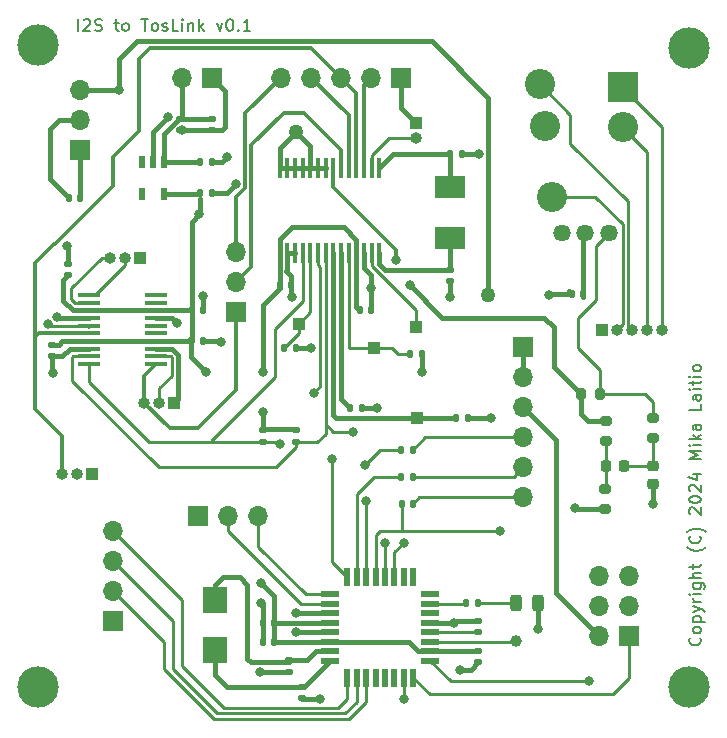
<source format=gbr>
%TF.GenerationSoftware,KiCad,Pcbnew,7.0.11-1-dev-0f715223e9*%
%TF.CreationDate,2024-01-18T20:29:42-08:00*%
%TF.ProjectId,i2s_to_toslink_pcb,6932735f-746f-45f7-946f-736c696e6b5f,rev?*%
%TF.SameCoordinates,Original*%
%TF.FileFunction,Copper,L1,Top*%
%TF.FilePolarity,Positive*%
%FSLAX46Y46*%
G04 Gerber Fmt 4.6, Leading zero omitted, Abs format (unit mm)*
G04 Created by KiCad (PCBNEW 7.0.11-1-dev-0f715223e9) date 2024-01-18 20:29:42*
%MOMM*%
%LPD*%
G01*
G04 APERTURE LIST*
G04 Aperture macros list*
%AMRoundRect*
0 Rectangle with rounded corners*
0 $1 Rounding radius*
0 $2 $3 $4 $5 $6 $7 $8 $9 X,Y pos of 4 corners*
0 Add a 4 corners polygon primitive as box body*
4,1,4,$2,$3,$4,$5,$6,$7,$8,$9,$2,$3,0*
0 Add four circle primitives for the rounded corners*
1,1,$1+$1,$2,$3*
1,1,$1+$1,$4,$5*
1,1,$1+$1,$6,$7*
1,1,$1+$1,$8,$9*
0 Add four rect primitives between the rounded corners*
20,1,$1+$1,$2,$3,$4,$5,0*
20,1,$1+$1,$4,$5,$6,$7,0*
20,1,$1+$1,$6,$7,$8,$9,0*
20,1,$1+$1,$8,$9,$2,$3,0*%
G04 Aperture macros list end*
%ADD10C,0.203200*%
%TA.AperFunction,NonConductor*%
%ADD11C,0.203200*%
%TD*%
%TA.AperFunction,SMDPad,CuDef*%
%ADD12R,2.006600X2.235200*%
%TD*%
%TA.AperFunction,ComponentPad*%
%ADD13C,2.600000*%
%TD*%
%TA.AperFunction,ConnectorPad*%
%ADD14C,3.500000*%
%TD*%
%TA.AperFunction,SMDPad,CuDef*%
%ADD15RoundRect,0.140000X-0.140000X-0.170000X0.140000X-0.170000X0.140000X0.170000X-0.140000X0.170000X0*%
%TD*%
%TA.AperFunction,SMDPad,CuDef*%
%ADD16RoundRect,0.200000X-0.275000X0.200000X-0.275000X-0.200000X0.275000X-0.200000X0.275000X0.200000X0*%
%TD*%
%TA.AperFunction,SMDPad,CuDef*%
%ADD17RoundRect,0.140000X-0.170000X0.140000X-0.170000X-0.140000X0.170000X-0.140000X0.170000X0.140000X0*%
%TD*%
%TA.AperFunction,SMDPad,CuDef*%
%ADD18RoundRect,0.140000X0.140000X0.170000X-0.140000X0.170000X-0.140000X-0.170000X0.140000X-0.170000X0*%
%TD*%
%TA.AperFunction,ComponentPad*%
%ADD19R,1.700000X1.700000*%
%TD*%
%TA.AperFunction,ComponentPad*%
%ADD20O,1.700000X1.700000*%
%TD*%
%TA.AperFunction,SMDPad,CuDef*%
%ADD21RoundRect,0.135000X-0.135000X-0.185000X0.135000X-0.185000X0.135000X0.185000X-0.135000X0.185000X0*%
%TD*%
%TA.AperFunction,ComponentPad*%
%ADD22R,1.000000X1.000000*%
%TD*%
%TA.AperFunction,SMDPad,CuDef*%
%ADD23C,1.000000*%
%TD*%
%TA.AperFunction,SMDPad,CuDef*%
%ADD24R,1.600000X0.550000*%
%TD*%
%TA.AperFunction,SMDPad,CuDef*%
%ADD25R,0.550000X1.600000*%
%TD*%
%TA.AperFunction,SMDPad,CuDef*%
%ADD26RoundRect,0.140000X0.170000X-0.140000X0.170000X0.140000X-0.170000X0.140000X-0.170000X-0.140000X0*%
%TD*%
%TA.AperFunction,SMDPad,CuDef*%
%ADD27RoundRect,0.200000X0.275000X-0.200000X0.275000X0.200000X-0.275000X0.200000X-0.275000X-0.200000X0*%
%TD*%
%TA.AperFunction,ComponentPad*%
%ADD28O,1.000000X1.000000*%
%TD*%
%TA.AperFunction,SMDPad,CuDef*%
%ADD29RoundRect,0.225000X0.225000X0.250000X-0.225000X0.250000X-0.225000X-0.250000X0.225000X-0.250000X0*%
%TD*%
%TA.AperFunction,SMDPad,CuDef*%
%ADD30RoundRect,0.135000X0.185000X-0.135000X0.185000X0.135000X-0.185000X0.135000X-0.185000X-0.135000X0*%
%TD*%
%TA.AperFunction,SMDPad,CuDef*%
%ADD31RoundRect,0.200000X-0.200000X-0.275000X0.200000X-0.275000X0.200000X0.275000X-0.200000X0.275000X0*%
%TD*%
%TA.AperFunction,ComponentPad*%
%ADD32R,2.550000X2.550000*%
%TD*%
%TA.AperFunction,ComponentPad*%
%ADD33C,2.550000*%
%TD*%
%TA.AperFunction,ComponentPad*%
%ADD34C,1.462000*%
%TD*%
%TA.AperFunction,SMDPad,CuDef*%
%ADD35RoundRect,0.135000X-0.185000X0.135000X-0.185000X-0.135000X0.185000X-0.135000X0.185000X0.135000X0*%
%TD*%
%TA.AperFunction,SMDPad,CuDef*%
%ADD36R,0.508000X0.977900*%
%TD*%
%TA.AperFunction,SMDPad,CuDef*%
%ADD37RoundRect,0.243750X0.243750X0.456250X-0.243750X0.456250X-0.243750X-0.456250X0.243750X-0.456250X0*%
%TD*%
%TA.AperFunction,SMDPad,CuDef*%
%ADD38RoundRect,0.225000X-0.250000X0.225000X-0.250000X-0.225000X0.250000X-0.225000X0.250000X0.225000X0*%
%TD*%
%TA.AperFunction,SMDPad,CuDef*%
%ADD39R,1.955432X0.420766*%
%TD*%
%TA.AperFunction,SMDPad,CuDef*%
%ADD40R,2.600000X1.900000*%
%TD*%
%TA.AperFunction,SMDPad,CuDef*%
%ADD41R,0.431800X1.651000*%
%TD*%
%TA.AperFunction,SMDPad,CuDef*%
%ADD42RoundRect,0.135000X0.135000X0.185000X-0.135000X0.185000X-0.135000X-0.185000X0.135000X-0.185000X0*%
%TD*%
%TA.AperFunction,ViaPad*%
%ADD43C,0.800000*%
%TD*%
%TA.AperFunction,ViaPad*%
%ADD44C,1.270000*%
%TD*%
%TA.AperFunction,Conductor*%
%ADD45C,0.381000*%
%TD*%
%TA.AperFunction,Conductor*%
%ADD46C,0.250000*%
%TD*%
%TA.AperFunction,Conductor*%
%ADD47C,0.304800*%
%TD*%
G04 APERTURE END LIST*
D10*
D11*
X27553588Y-22471093D02*
X27553588Y-21455093D01*
X27989017Y-21551855D02*
X28037398Y-21503474D01*
X28037398Y-21503474D02*
X28134160Y-21455093D01*
X28134160Y-21455093D02*
X28376065Y-21455093D01*
X28376065Y-21455093D02*
X28472827Y-21503474D01*
X28472827Y-21503474D02*
X28521208Y-21551855D01*
X28521208Y-21551855D02*
X28569589Y-21648617D01*
X28569589Y-21648617D02*
X28569589Y-21745379D01*
X28569589Y-21745379D02*
X28521208Y-21890522D01*
X28521208Y-21890522D02*
X27940636Y-22471093D01*
X27940636Y-22471093D02*
X28569589Y-22471093D01*
X28956636Y-22422713D02*
X29101779Y-22471093D01*
X29101779Y-22471093D02*
X29343684Y-22471093D01*
X29343684Y-22471093D02*
X29440446Y-22422713D01*
X29440446Y-22422713D02*
X29488827Y-22374332D01*
X29488827Y-22374332D02*
X29537208Y-22277570D01*
X29537208Y-22277570D02*
X29537208Y-22180808D01*
X29537208Y-22180808D02*
X29488827Y-22084046D01*
X29488827Y-22084046D02*
X29440446Y-22035665D01*
X29440446Y-22035665D02*
X29343684Y-21987284D01*
X29343684Y-21987284D02*
X29150160Y-21938903D01*
X29150160Y-21938903D02*
X29053398Y-21890522D01*
X29053398Y-21890522D02*
X29005017Y-21842141D01*
X29005017Y-21842141D02*
X28956636Y-21745379D01*
X28956636Y-21745379D02*
X28956636Y-21648617D01*
X28956636Y-21648617D02*
X29005017Y-21551855D01*
X29005017Y-21551855D02*
X29053398Y-21503474D01*
X29053398Y-21503474D02*
X29150160Y-21455093D01*
X29150160Y-21455093D02*
X29392065Y-21455093D01*
X29392065Y-21455093D02*
X29537208Y-21503474D01*
X30601588Y-21793760D02*
X30988636Y-21793760D01*
X30746731Y-21455093D02*
X30746731Y-22325951D01*
X30746731Y-22325951D02*
X30795112Y-22422713D01*
X30795112Y-22422713D02*
X30891874Y-22471093D01*
X30891874Y-22471093D02*
X30988636Y-22471093D01*
X31472445Y-22471093D02*
X31375683Y-22422713D01*
X31375683Y-22422713D02*
X31327302Y-22374332D01*
X31327302Y-22374332D02*
X31278921Y-22277570D01*
X31278921Y-22277570D02*
X31278921Y-21987284D01*
X31278921Y-21987284D02*
X31327302Y-21890522D01*
X31327302Y-21890522D02*
X31375683Y-21842141D01*
X31375683Y-21842141D02*
X31472445Y-21793760D01*
X31472445Y-21793760D02*
X31617588Y-21793760D01*
X31617588Y-21793760D02*
X31714350Y-21842141D01*
X31714350Y-21842141D02*
X31762731Y-21890522D01*
X31762731Y-21890522D02*
X31811112Y-21987284D01*
X31811112Y-21987284D02*
X31811112Y-22277570D01*
X31811112Y-22277570D02*
X31762731Y-22374332D01*
X31762731Y-22374332D02*
X31714350Y-22422713D01*
X31714350Y-22422713D02*
X31617588Y-22471093D01*
X31617588Y-22471093D02*
X31472445Y-22471093D01*
X32875492Y-21455093D02*
X33456064Y-21455093D01*
X33165778Y-22471093D02*
X33165778Y-21455093D01*
X33939873Y-22471093D02*
X33843111Y-22422713D01*
X33843111Y-22422713D02*
X33794730Y-22374332D01*
X33794730Y-22374332D02*
X33746349Y-22277570D01*
X33746349Y-22277570D02*
X33746349Y-21987284D01*
X33746349Y-21987284D02*
X33794730Y-21890522D01*
X33794730Y-21890522D02*
X33843111Y-21842141D01*
X33843111Y-21842141D02*
X33939873Y-21793760D01*
X33939873Y-21793760D02*
X34085016Y-21793760D01*
X34085016Y-21793760D02*
X34181778Y-21842141D01*
X34181778Y-21842141D02*
X34230159Y-21890522D01*
X34230159Y-21890522D02*
X34278540Y-21987284D01*
X34278540Y-21987284D02*
X34278540Y-22277570D01*
X34278540Y-22277570D02*
X34230159Y-22374332D01*
X34230159Y-22374332D02*
X34181778Y-22422713D01*
X34181778Y-22422713D02*
X34085016Y-22471093D01*
X34085016Y-22471093D02*
X33939873Y-22471093D01*
X34665587Y-22422713D02*
X34762349Y-22471093D01*
X34762349Y-22471093D02*
X34955873Y-22471093D01*
X34955873Y-22471093D02*
X35052635Y-22422713D01*
X35052635Y-22422713D02*
X35101016Y-22325951D01*
X35101016Y-22325951D02*
X35101016Y-22277570D01*
X35101016Y-22277570D02*
X35052635Y-22180808D01*
X35052635Y-22180808D02*
X34955873Y-22132427D01*
X34955873Y-22132427D02*
X34810730Y-22132427D01*
X34810730Y-22132427D02*
X34713968Y-22084046D01*
X34713968Y-22084046D02*
X34665587Y-21987284D01*
X34665587Y-21987284D02*
X34665587Y-21938903D01*
X34665587Y-21938903D02*
X34713968Y-21842141D01*
X34713968Y-21842141D02*
X34810730Y-21793760D01*
X34810730Y-21793760D02*
X34955873Y-21793760D01*
X34955873Y-21793760D02*
X35052635Y-21842141D01*
X36020254Y-22471093D02*
X35536444Y-22471093D01*
X35536444Y-22471093D02*
X35536444Y-21455093D01*
X36358920Y-22471093D02*
X36358920Y-21793760D01*
X36358920Y-21455093D02*
X36310539Y-21503474D01*
X36310539Y-21503474D02*
X36358920Y-21551855D01*
X36358920Y-21551855D02*
X36407301Y-21503474D01*
X36407301Y-21503474D02*
X36358920Y-21455093D01*
X36358920Y-21455093D02*
X36358920Y-21551855D01*
X36842730Y-21793760D02*
X36842730Y-22471093D01*
X36842730Y-21890522D02*
X36891111Y-21842141D01*
X36891111Y-21842141D02*
X36987873Y-21793760D01*
X36987873Y-21793760D02*
X37133016Y-21793760D01*
X37133016Y-21793760D02*
X37229778Y-21842141D01*
X37229778Y-21842141D02*
X37278159Y-21938903D01*
X37278159Y-21938903D02*
X37278159Y-22471093D01*
X37761968Y-22471093D02*
X37761968Y-21455093D01*
X37858730Y-22084046D02*
X38149016Y-22471093D01*
X38149016Y-21793760D02*
X37761968Y-22180808D01*
X39261777Y-21793760D02*
X39503682Y-22471093D01*
X39503682Y-22471093D02*
X39745587Y-21793760D01*
X40326158Y-21455093D02*
X40422920Y-21455093D01*
X40422920Y-21455093D02*
X40519682Y-21503474D01*
X40519682Y-21503474D02*
X40568063Y-21551855D01*
X40568063Y-21551855D02*
X40616444Y-21648617D01*
X40616444Y-21648617D02*
X40664825Y-21842141D01*
X40664825Y-21842141D02*
X40664825Y-22084046D01*
X40664825Y-22084046D02*
X40616444Y-22277570D01*
X40616444Y-22277570D02*
X40568063Y-22374332D01*
X40568063Y-22374332D02*
X40519682Y-22422713D01*
X40519682Y-22422713D02*
X40422920Y-22471093D01*
X40422920Y-22471093D02*
X40326158Y-22471093D01*
X40326158Y-22471093D02*
X40229396Y-22422713D01*
X40229396Y-22422713D02*
X40181015Y-22374332D01*
X40181015Y-22374332D02*
X40132634Y-22277570D01*
X40132634Y-22277570D02*
X40084253Y-22084046D01*
X40084253Y-22084046D02*
X40084253Y-21842141D01*
X40084253Y-21842141D02*
X40132634Y-21648617D01*
X40132634Y-21648617D02*
X40181015Y-21551855D01*
X40181015Y-21551855D02*
X40229396Y-21503474D01*
X40229396Y-21503474D02*
X40326158Y-21455093D01*
X41100253Y-22374332D02*
X41148634Y-22422713D01*
X41148634Y-22422713D02*
X41100253Y-22471093D01*
X41100253Y-22471093D02*
X41051872Y-22422713D01*
X41051872Y-22422713D02*
X41100253Y-22374332D01*
X41100253Y-22374332D02*
X41100253Y-22471093D01*
X42116254Y-22471093D02*
X41535682Y-22471093D01*
X41825968Y-22471093D02*
X41825968Y-21455093D01*
X41825968Y-21455093D02*
X41729206Y-21600236D01*
X41729206Y-21600236D02*
X41632444Y-21696998D01*
X41632444Y-21696998D02*
X41535682Y-21745379D01*
D10*
D11*
X80168332Y-73843839D02*
X80216713Y-73892220D01*
X80216713Y-73892220D02*
X80265093Y-74037363D01*
X80265093Y-74037363D02*
X80265093Y-74134125D01*
X80265093Y-74134125D02*
X80216713Y-74279268D01*
X80216713Y-74279268D02*
X80119951Y-74376030D01*
X80119951Y-74376030D02*
X80023189Y-74424411D01*
X80023189Y-74424411D02*
X79829665Y-74472792D01*
X79829665Y-74472792D02*
X79684522Y-74472792D01*
X79684522Y-74472792D02*
X79490998Y-74424411D01*
X79490998Y-74424411D02*
X79394236Y-74376030D01*
X79394236Y-74376030D02*
X79297474Y-74279268D01*
X79297474Y-74279268D02*
X79249093Y-74134125D01*
X79249093Y-74134125D02*
X79249093Y-74037363D01*
X79249093Y-74037363D02*
X79297474Y-73892220D01*
X79297474Y-73892220D02*
X79345855Y-73843839D01*
X80265093Y-73263268D02*
X80216713Y-73360030D01*
X80216713Y-73360030D02*
X80168332Y-73408411D01*
X80168332Y-73408411D02*
X80071570Y-73456792D01*
X80071570Y-73456792D02*
X79781284Y-73456792D01*
X79781284Y-73456792D02*
X79684522Y-73408411D01*
X79684522Y-73408411D02*
X79636141Y-73360030D01*
X79636141Y-73360030D02*
X79587760Y-73263268D01*
X79587760Y-73263268D02*
X79587760Y-73118125D01*
X79587760Y-73118125D02*
X79636141Y-73021363D01*
X79636141Y-73021363D02*
X79684522Y-72972982D01*
X79684522Y-72972982D02*
X79781284Y-72924601D01*
X79781284Y-72924601D02*
X80071570Y-72924601D01*
X80071570Y-72924601D02*
X80168332Y-72972982D01*
X80168332Y-72972982D02*
X80216713Y-73021363D01*
X80216713Y-73021363D02*
X80265093Y-73118125D01*
X80265093Y-73118125D02*
X80265093Y-73263268D01*
X79587760Y-72489173D02*
X80603760Y-72489173D01*
X79636141Y-72489173D02*
X79587760Y-72392411D01*
X79587760Y-72392411D02*
X79587760Y-72198887D01*
X79587760Y-72198887D02*
X79636141Y-72102125D01*
X79636141Y-72102125D02*
X79684522Y-72053744D01*
X79684522Y-72053744D02*
X79781284Y-72005363D01*
X79781284Y-72005363D02*
X80071570Y-72005363D01*
X80071570Y-72005363D02*
X80168332Y-72053744D01*
X80168332Y-72053744D02*
X80216713Y-72102125D01*
X80216713Y-72102125D02*
X80265093Y-72198887D01*
X80265093Y-72198887D02*
X80265093Y-72392411D01*
X80265093Y-72392411D02*
X80216713Y-72489173D01*
X79587760Y-71666697D02*
X80265093Y-71424792D01*
X79587760Y-71182887D02*
X80265093Y-71424792D01*
X80265093Y-71424792D02*
X80506998Y-71521554D01*
X80506998Y-71521554D02*
X80555379Y-71569935D01*
X80555379Y-71569935D02*
X80603760Y-71666697D01*
X80265093Y-70795840D02*
X79587760Y-70795840D01*
X79781284Y-70795840D02*
X79684522Y-70747459D01*
X79684522Y-70747459D02*
X79636141Y-70699078D01*
X79636141Y-70699078D02*
X79587760Y-70602316D01*
X79587760Y-70602316D02*
X79587760Y-70505554D01*
X80265093Y-70166888D02*
X79587760Y-70166888D01*
X79249093Y-70166888D02*
X79297474Y-70215269D01*
X79297474Y-70215269D02*
X79345855Y-70166888D01*
X79345855Y-70166888D02*
X79297474Y-70118507D01*
X79297474Y-70118507D02*
X79249093Y-70166888D01*
X79249093Y-70166888D02*
X79345855Y-70166888D01*
X79587760Y-69247649D02*
X80410236Y-69247649D01*
X80410236Y-69247649D02*
X80506998Y-69296030D01*
X80506998Y-69296030D02*
X80555379Y-69344411D01*
X80555379Y-69344411D02*
X80603760Y-69441173D01*
X80603760Y-69441173D02*
X80603760Y-69586316D01*
X80603760Y-69586316D02*
X80555379Y-69683078D01*
X80216713Y-69247649D02*
X80265093Y-69344411D01*
X80265093Y-69344411D02*
X80265093Y-69537935D01*
X80265093Y-69537935D02*
X80216713Y-69634697D01*
X80216713Y-69634697D02*
X80168332Y-69683078D01*
X80168332Y-69683078D02*
X80071570Y-69731459D01*
X80071570Y-69731459D02*
X79781284Y-69731459D01*
X79781284Y-69731459D02*
X79684522Y-69683078D01*
X79684522Y-69683078D02*
X79636141Y-69634697D01*
X79636141Y-69634697D02*
X79587760Y-69537935D01*
X79587760Y-69537935D02*
X79587760Y-69344411D01*
X79587760Y-69344411D02*
X79636141Y-69247649D01*
X80265093Y-68763840D02*
X79249093Y-68763840D01*
X80265093Y-68328411D02*
X79732903Y-68328411D01*
X79732903Y-68328411D02*
X79636141Y-68376792D01*
X79636141Y-68376792D02*
X79587760Y-68473554D01*
X79587760Y-68473554D02*
X79587760Y-68618697D01*
X79587760Y-68618697D02*
X79636141Y-68715459D01*
X79636141Y-68715459D02*
X79684522Y-68763840D01*
X79587760Y-67989745D02*
X79587760Y-67602697D01*
X79249093Y-67844602D02*
X80119951Y-67844602D01*
X80119951Y-67844602D02*
X80216713Y-67796221D01*
X80216713Y-67796221D02*
X80265093Y-67699459D01*
X80265093Y-67699459D02*
X80265093Y-67602697D01*
X80652141Y-66199650D02*
X80603760Y-66248031D01*
X80603760Y-66248031D02*
X80458617Y-66344793D01*
X80458617Y-66344793D02*
X80361855Y-66393174D01*
X80361855Y-66393174D02*
X80216713Y-66441555D01*
X80216713Y-66441555D02*
X79974808Y-66489936D01*
X79974808Y-66489936D02*
X79781284Y-66489936D01*
X79781284Y-66489936D02*
X79539379Y-66441555D01*
X79539379Y-66441555D02*
X79394236Y-66393174D01*
X79394236Y-66393174D02*
X79297474Y-66344793D01*
X79297474Y-66344793D02*
X79152332Y-66248031D01*
X79152332Y-66248031D02*
X79103951Y-66199650D01*
X80168332Y-65232031D02*
X80216713Y-65280412D01*
X80216713Y-65280412D02*
X80265093Y-65425555D01*
X80265093Y-65425555D02*
X80265093Y-65522317D01*
X80265093Y-65522317D02*
X80216713Y-65667460D01*
X80216713Y-65667460D02*
X80119951Y-65764222D01*
X80119951Y-65764222D02*
X80023189Y-65812603D01*
X80023189Y-65812603D02*
X79829665Y-65860984D01*
X79829665Y-65860984D02*
X79684522Y-65860984D01*
X79684522Y-65860984D02*
X79490998Y-65812603D01*
X79490998Y-65812603D02*
X79394236Y-65764222D01*
X79394236Y-65764222D02*
X79297474Y-65667460D01*
X79297474Y-65667460D02*
X79249093Y-65522317D01*
X79249093Y-65522317D02*
X79249093Y-65425555D01*
X79249093Y-65425555D02*
X79297474Y-65280412D01*
X79297474Y-65280412D02*
X79345855Y-65232031D01*
X80652141Y-64893365D02*
X80603760Y-64844984D01*
X80603760Y-64844984D02*
X80458617Y-64748222D01*
X80458617Y-64748222D02*
X80361855Y-64699841D01*
X80361855Y-64699841D02*
X80216713Y-64651460D01*
X80216713Y-64651460D02*
X79974808Y-64603079D01*
X79974808Y-64603079D02*
X79781284Y-64603079D01*
X79781284Y-64603079D02*
X79539379Y-64651460D01*
X79539379Y-64651460D02*
X79394236Y-64699841D01*
X79394236Y-64699841D02*
X79297474Y-64748222D01*
X79297474Y-64748222D02*
X79152332Y-64844984D01*
X79152332Y-64844984D02*
X79103951Y-64893365D01*
X79345855Y-63393556D02*
X79297474Y-63345175D01*
X79297474Y-63345175D02*
X79249093Y-63248413D01*
X79249093Y-63248413D02*
X79249093Y-63006508D01*
X79249093Y-63006508D02*
X79297474Y-62909746D01*
X79297474Y-62909746D02*
X79345855Y-62861365D01*
X79345855Y-62861365D02*
X79442617Y-62812984D01*
X79442617Y-62812984D02*
X79539379Y-62812984D01*
X79539379Y-62812984D02*
X79684522Y-62861365D01*
X79684522Y-62861365D02*
X80265093Y-63441937D01*
X80265093Y-63441937D02*
X80265093Y-62812984D01*
X79249093Y-62184032D02*
X79249093Y-62087270D01*
X79249093Y-62087270D02*
X79297474Y-61990508D01*
X79297474Y-61990508D02*
X79345855Y-61942127D01*
X79345855Y-61942127D02*
X79442617Y-61893746D01*
X79442617Y-61893746D02*
X79636141Y-61845365D01*
X79636141Y-61845365D02*
X79878046Y-61845365D01*
X79878046Y-61845365D02*
X80071570Y-61893746D01*
X80071570Y-61893746D02*
X80168332Y-61942127D01*
X80168332Y-61942127D02*
X80216713Y-61990508D01*
X80216713Y-61990508D02*
X80265093Y-62087270D01*
X80265093Y-62087270D02*
X80265093Y-62184032D01*
X80265093Y-62184032D02*
X80216713Y-62280794D01*
X80216713Y-62280794D02*
X80168332Y-62329175D01*
X80168332Y-62329175D02*
X80071570Y-62377556D01*
X80071570Y-62377556D02*
X79878046Y-62425937D01*
X79878046Y-62425937D02*
X79636141Y-62425937D01*
X79636141Y-62425937D02*
X79442617Y-62377556D01*
X79442617Y-62377556D02*
X79345855Y-62329175D01*
X79345855Y-62329175D02*
X79297474Y-62280794D01*
X79297474Y-62280794D02*
X79249093Y-62184032D01*
X79345855Y-61458318D02*
X79297474Y-61409937D01*
X79297474Y-61409937D02*
X79249093Y-61313175D01*
X79249093Y-61313175D02*
X79249093Y-61071270D01*
X79249093Y-61071270D02*
X79297474Y-60974508D01*
X79297474Y-60974508D02*
X79345855Y-60926127D01*
X79345855Y-60926127D02*
X79442617Y-60877746D01*
X79442617Y-60877746D02*
X79539379Y-60877746D01*
X79539379Y-60877746D02*
X79684522Y-60926127D01*
X79684522Y-60926127D02*
X80265093Y-61506699D01*
X80265093Y-61506699D02*
X80265093Y-60877746D01*
X79587760Y-60006889D02*
X80265093Y-60006889D01*
X79200713Y-60248794D02*
X79926427Y-60490699D01*
X79926427Y-60490699D02*
X79926427Y-59861746D01*
X80265093Y-58700604D02*
X79249093Y-58700604D01*
X79249093Y-58700604D02*
X79974808Y-58361937D01*
X79974808Y-58361937D02*
X79249093Y-58023270D01*
X79249093Y-58023270D02*
X80265093Y-58023270D01*
X80265093Y-57539461D02*
X79587760Y-57539461D01*
X79249093Y-57539461D02*
X79297474Y-57587842D01*
X79297474Y-57587842D02*
X79345855Y-57539461D01*
X79345855Y-57539461D02*
X79297474Y-57491080D01*
X79297474Y-57491080D02*
X79249093Y-57539461D01*
X79249093Y-57539461D02*
X79345855Y-57539461D01*
X80265093Y-57055651D02*
X79249093Y-57055651D01*
X79878046Y-56958889D02*
X80265093Y-56668603D01*
X79587760Y-56668603D02*
X79974808Y-57055651D01*
X80265093Y-55797746D02*
X79732903Y-55797746D01*
X79732903Y-55797746D02*
X79636141Y-55846127D01*
X79636141Y-55846127D02*
X79587760Y-55942889D01*
X79587760Y-55942889D02*
X79587760Y-56136413D01*
X79587760Y-56136413D02*
X79636141Y-56233175D01*
X80216713Y-55797746D02*
X80265093Y-55894508D01*
X80265093Y-55894508D02*
X80265093Y-56136413D01*
X80265093Y-56136413D02*
X80216713Y-56233175D01*
X80216713Y-56233175D02*
X80119951Y-56281556D01*
X80119951Y-56281556D02*
X80023189Y-56281556D01*
X80023189Y-56281556D02*
X79926427Y-56233175D01*
X79926427Y-56233175D02*
X79878046Y-56136413D01*
X79878046Y-56136413D02*
X79878046Y-55894508D01*
X79878046Y-55894508D02*
X79829665Y-55797746D01*
X80265093Y-54056032D02*
X80265093Y-54539842D01*
X80265093Y-54539842D02*
X79249093Y-54539842D01*
X80265093Y-53281937D02*
X79732903Y-53281937D01*
X79732903Y-53281937D02*
X79636141Y-53330318D01*
X79636141Y-53330318D02*
X79587760Y-53427080D01*
X79587760Y-53427080D02*
X79587760Y-53620604D01*
X79587760Y-53620604D02*
X79636141Y-53717366D01*
X80216713Y-53281937D02*
X80265093Y-53378699D01*
X80265093Y-53378699D02*
X80265093Y-53620604D01*
X80265093Y-53620604D02*
X80216713Y-53717366D01*
X80216713Y-53717366D02*
X80119951Y-53765747D01*
X80119951Y-53765747D02*
X80023189Y-53765747D01*
X80023189Y-53765747D02*
X79926427Y-53717366D01*
X79926427Y-53717366D02*
X79878046Y-53620604D01*
X79878046Y-53620604D02*
X79878046Y-53378699D01*
X79878046Y-53378699D02*
X79829665Y-53281937D01*
X80265093Y-52798128D02*
X79587760Y-52798128D01*
X79249093Y-52798128D02*
X79297474Y-52846509D01*
X79297474Y-52846509D02*
X79345855Y-52798128D01*
X79345855Y-52798128D02*
X79297474Y-52749747D01*
X79297474Y-52749747D02*
X79249093Y-52798128D01*
X79249093Y-52798128D02*
X79345855Y-52798128D01*
X79587760Y-52459461D02*
X79587760Y-52072413D01*
X79249093Y-52314318D02*
X80119951Y-52314318D01*
X80119951Y-52314318D02*
X80216713Y-52265937D01*
X80216713Y-52265937D02*
X80265093Y-52169175D01*
X80265093Y-52169175D02*
X80265093Y-52072413D01*
X80265093Y-51733747D02*
X79587760Y-51733747D01*
X79249093Y-51733747D02*
X79297474Y-51782128D01*
X79297474Y-51782128D02*
X79345855Y-51733747D01*
X79345855Y-51733747D02*
X79297474Y-51685366D01*
X79297474Y-51685366D02*
X79249093Y-51733747D01*
X79249093Y-51733747D02*
X79345855Y-51733747D01*
X80265093Y-51104794D02*
X80216713Y-51201556D01*
X80216713Y-51201556D02*
X80168332Y-51249937D01*
X80168332Y-51249937D02*
X80071570Y-51298318D01*
X80071570Y-51298318D02*
X79781284Y-51298318D01*
X79781284Y-51298318D02*
X79684522Y-51249937D01*
X79684522Y-51249937D02*
X79636141Y-51201556D01*
X79636141Y-51201556D02*
X79587760Y-51104794D01*
X79587760Y-51104794D02*
X79587760Y-50959651D01*
X79587760Y-50959651D02*
X79636141Y-50862889D01*
X79636141Y-50862889D02*
X79684522Y-50814508D01*
X79684522Y-50814508D02*
X79781284Y-50766127D01*
X79781284Y-50766127D02*
X80071570Y-50766127D01*
X80071570Y-50766127D02*
X80168332Y-50814508D01*
X80168332Y-50814508D02*
X80216713Y-50862889D01*
X80216713Y-50862889D02*
X80265093Y-50959651D01*
X80265093Y-50959651D02*
X80265093Y-51104794D01*
D12*
%TO.P,Y1,1,1*%
%TO.N,MCU_XTAL2*%
X39116000Y-74904600D03*
%TO.P,Y1,2,2*%
%TO.N,MCU_XTAL1*%
X39116000Y-70637400D03*
%TD*%
D13*
%TO.P,H1,1*%
%TO.N,N/C*%
X24130000Y-23622000D03*
D14*
X24130000Y-23622000D03*
%TD*%
D15*
%TO.P,C18,1*%
%TO.N,CODEC_XIN*%
X59055000Y-32856000D03*
%TO.P,C18,2*%
%TO.N,GND*%
X60015000Y-32856000D03*
%TD*%
D16*
%TO.P,R10,1*%
%TO.N,Net-(J10-VIN)*%
X76200000Y-55271400D03*
%TO.P,R10,2*%
%TO.N,Net-(C22-Pad1)*%
X76200000Y-56921400D03*
%TD*%
D17*
%TO.P,C10,1*%
%TO.N,MCU_XTAL1*%
X45364400Y-75748000D03*
%TO.P,C10,2*%
%TO.N,GND*%
X45364400Y-76708000D03*
%TD*%
D18*
%TO.P,C15,1*%
%TO.N,GND*%
X38069400Y-48717200D03*
%TO.P,C15,2*%
%TO.N,VCC_3V3*%
X37109400Y-48717200D03*
%TD*%
D19*
%TO.P,J3,1,Pin_1*%
%TO.N,GND*%
X27686000Y-32512000D03*
D20*
%TO.P,J3,2,Pin_2*%
%TO.N,VCC_3V3*%
X27686000Y-29972000D03*
%TO.P,J3,3,Pin_3*%
%TO.N,VIN_5V*%
X27686000Y-27432000D03*
%TD*%
D21*
%TO.P,R4,1*%
%TO.N,MCU_TXD0*%
X54860000Y-60198000D03*
%TO.P,R4,2*%
%TO.N,Net-(J5-Pin_5)*%
X55880000Y-60198000D03*
%TD*%
%TO.P,R6,1*%
%TO.N,CODEC_GPO7*%
X59484800Y-55245000D03*
%TO.P,R6,2*%
%TO.N,GND*%
X60504800Y-55245000D03*
%TD*%
D22*
%TO.P,J17,1,Pin_1*%
%TO.N,CODEC_CLKOUT*%
X56134000Y-47498000D03*
%TD*%
D21*
%TO.P,R8,1*%
%TO.N,CODEC_RESETB*%
X55624000Y-49784000D03*
%TO.P,R8,2*%
%TO.N,VCC_3V3*%
X56644000Y-49784000D03*
%TD*%
D18*
%TO.P,C8,1*%
%TO.N,VCC_3V3*%
X44113600Y-74168000D03*
%TO.P,C8,2*%
%TO.N,GND*%
X43153600Y-74168000D03*
%TD*%
D23*
%TO.P,TP1,1,1*%
%TO.N,Net-(U2-ADC6)*%
X64617600Y-74117200D03*
%TD*%
D17*
%TO.P,C13,1*%
%TO.N,GND*%
X26670000Y-42164000D03*
%TO.P,C13,2*%
%TO.N,VCC_3V3*%
X26670000Y-43124000D03*
%TD*%
D24*
%TO.P,U2,1,PD3*%
%TO.N,Net-(J4-Pin_3)*%
X48861400Y-70174200D03*
%TO.P,U2,2,PD4*%
%TO.N,Net-(J4-Pin_2)*%
X48861400Y-70974200D03*
%TO.P,U2,3,GND*%
%TO.N,GND*%
X48861400Y-71774200D03*
%TO.P,U2,4,VCC*%
%TO.N,VCC_3V3*%
X48861400Y-72574200D03*
%TO.P,U2,5,GND*%
%TO.N,GND*%
X48861400Y-73374200D03*
%TO.P,U2,6,VCC*%
%TO.N,VCC_3V3*%
X48861400Y-74174200D03*
%TO.P,U2,7,XTAL1/PB6*%
%TO.N,MCU_XTAL1*%
X48861400Y-74974200D03*
%TO.P,U2,8,XTAL2/PB7*%
%TO.N,MCU_XTAL2*%
X48861400Y-75774200D03*
D25*
%TO.P,U2,9,PD5*%
%TO.N,Net-(J12-Pin_4)*%
X50311400Y-77224200D03*
%TO.P,U2,10,PD6*%
%TO.N,Net-(J12-Pin_3)*%
X51111400Y-77224200D03*
%TO.P,U2,11,PD7*%
%TO.N,Net-(J12-Pin_2)*%
X51911400Y-77224200D03*
%TO.P,U2,12,PB0*%
%TO.N,unconnected-(U2-PB0-Pad12)*%
X52711400Y-77224200D03*
%TO.P,U2,13,PB1*%
%TO.N,unconnected-(U2-PB1-Pad13)*%
X53511400Y-77224200D03*
%TO.P,U2,14,PB2*%
%TO.N,unconnected-(U2-PB2-Pad14)*%
X54311400Y-77224200D03*
%TO.P,U2,15,PB3*%
%TO.N,MCU_MOSI*%
X55111400Y-77224200D03*
%TO.P,U2,16,PB4*%
%TO.N,MCU_MISO*%
X55911400Y-77224200D03*
D24*
%TO.P,U2,17,PB5*%
%TO.N,MCU_SCK*%
X57361400Y-75774200D03*
%TO.P,U2,18,AVCC*%
%TO.N,VCC_3V3*%
X57361400Y-74974200D03*
%TO.P,U2,19,ADC6*%
%TO.N,Net-(U2-ADC6)*%
X57361400Y-74174200D03*
%TO.P,U2,20,AREF*%
%TO.N,Net-(U2-AREF)*%
X57361400Y-73374200D03*
%TO.P,U2,21,GND*%
%TO.N,GND*%
X57361400Y-72574200D03*
%TO.P,U2,22,ADC7*%
%TO.N,unconnected-(U2-ADC7-Pad22)*%
X57361400Y-71774200D03*
%TO.P,U2,23,PC0*%
%TO.N,MCU_LED*%
X57361400Y-70974200D03*
%TO.P,U2,24,PC1*%
%TO.N,unconnected-(U2-PC1-Pad24)*%
X57361400Y-70174200D03*
D25*
%TO.P,U2,25,PC2*%
%TO.N,unconnected-(U2-PC2-Pad25)*%
X55911400Y-68724200D03*
%TO.P,U2,26,PC3*%
%TO.N,unconnected-(U2-PC3-Pad26)*%
X55111400Y-68724200D03*
%TO.P,U2,27,PC4*%
%TO.N,MCU_SDA1*%
X54311400Y-68724200D03*
%TO.P,U2,28,PC5*%
%TO.N,MCU_SCL1*%
X53511400Y-68724200D03*
%TO.P,U2,29,~{RESET}/PC6*%
%TO.N,MCU_RST*%
X52711400Y-68724200D03*
%TO.P,U2,30,PD0*%
%TO.N,MCU_RXD0*%
X51911400Y-68724200D03*
%TO.P,U2,31,PD1*%
%TO.N,MCU_TXD0*%
X51111400Y-68724200D03*
%TO.P,U2,32,PD2*%
%TO.N,MCU_INT0*%
X50311400Y-68724200D03*
%TD*%
D19*
%TO.P,J2,1,Pin_1*%
%TO.N,GND*%
X54864000Y-26416000D03*
D20*
%TO.P,J2,2,Pin_2*%
%TO.N,EXTERNAL_IN_I2S_DIN*%
X52324000Y-26416000D03*
%TO.P,J2,3,Pin_3*%
%TO.N,EXTERNAL_IN_I2S_BCLK*%
X49784000Y-26416000D03*
%TO.P,J2,4,Pin_4*%
%TO.N,EXTERNAL_IN_I2S_LRCLK*%
X47244000Y-26416000D03*
%TO.P,J2,5,Pin_5*%
%TO.N,EXTERNAL_IN_I2S_MCLK*%
X44704000Y-26416000D03*
%TD*%
D22*
%TO.P,J15,1,Pin_1*%
%TO.N,CODEC_GPO7*%
X56261000Y-55245000D03*
%TD*%
D26*
%TO.P,C14,1*%
%TO.N,GND*%
X25349200Y-50000000D03*
%TO.P,C14,2*%
%TO.N,VCC_3V3*%
X25349200Y-49040000D03*
%TD*%
D16*
%TO.P,R12,1*%
%TO.N,Net-(C23-Pad2)*%
X72161400Y-61291200D03*
%TO.P,R12,2*%
%TO.N,GND*%
X72161400Y-62941200D03*
%TD*%
D19*
%TO.P,J12,1,Pin_1*%
%TO.N,GND*%
X30480000Y-72390000D03*
D20*
%TO.P,J12,2,Pin_2*%
%TO.N,Net-(J12-Pin_2)*%
X30480000Y-69850000D03*
%TO.P,J12,3,Pin_3*%
%TO.N,Net-(J12-Pin_3)*%
X30480000Y-67310000D03*
%TO.P,J12,4,Pin_4*%
%TO.N,Net-(J12-Pin_4)*%
X30480000Y-64770000D03*
%TD*%
D15*
%TO.P,C4,1*%
%TO.N,VCC_3V3*%
X37874000Y-36195000D03*
%TO.P,C4,2*%
%TO.N,GND*%
X38834000Y-36195000D03*
%TD*%
D27*
%TO.P,R13,1*%
%TO.N,Net-(C23-Pad2)*%
X72212200Y-57150000D03*
%TO.P,R13,2*%
%TO.N,CODEC_OUT_SPDIF_AUDIO_DATA*%
X72212200Y-55500000D03*
%TD*%
D22*
%TO.P,J9,1,Pin_1*%
%TO.N,GND*%
X35687000Y-53975000D03*
D28*
%TO.P,J9,2,Pin_2*%
%TO.N,Net-(J9-Pin_2)*%
X34417000Y-53975000D03*
%TO.P,J9,3,Pin_3*%
%TO.N,CLKGEN_OUT_I2S_MCLK*%
X33147000Y-53975000D03*
%TD*%
D21*
%TO.P,R5,1*%
%TO.N,MCU_RXD0*%
X54860000Y-57912000D03*
%TO.P,R5,2*%
%TO.N,Net-(J5-Pin_4)*%
X55880000Y-57912000D03*
%TD*%
D29*
%TO.P,C23,1*%
%TO.N,Net-(C22-Pad1)*%
X73749400Y-59271400D03*
%TO.P,C23,2*%
%TO.N,Net-(C23-Pad2)*%
X72199400Y-59271400D03*
%TD*%
D30*
%TO.P,R1,1*%
%TO.N,MCU_SDA1*%
X46000000Y-57310000D03*
%TO.P,R1,2*%
%TO.N,VCC_3V3*%
X46000000Y-56290000D03*
%TD*%
D31*
%TO.P,R11,1*%
%TO.N,CODEC_OUT_SPDIF_AUDIO_DATA*%
X70104000Y-53213000D03*
%TO.P,R11,2*%
%TO.N,Net-(J10-VIN)*%
X71754000Y-53213000D03*
%TD*%
D22*
%TO.P,J7,1,Pin_1*%
%TO.N,GND*%
X28702000Y-59944000D03*
D28*
%TO.P,J7,2,Pin_2*%
%TO.N,Net-(J7-Pin_2)*%
X27432000Y-59944000D03*
%TO.P,J7,3,Pin_3*%
%TO.N,EXTERNAL_IN_I2S_BCLK*%
X26162000Y-59944000D03*
%TD*%
D22*
%TO.P,J14,1,Pin_1*%
%TO.N,CODEC_GPO0*%
X46228000Y-47244000D03*
%TD*%
D17*
%TO.P,C11,1*%
%TO.N,MCU_XTAL2*%
X46482000Y-78006000D03*
%TO.P,C11,2*%
%TO.N,GND*%
X46482000Y-78966000D03*
%TD*%
D18*
%TO.P,C5,1*%
%TO.N,GND*%
X27686000Y-36576000D03*
%TO.P,C5,2*%
%TO.N,VCC_3V3*%
X26726000Y-36576000D03*
%TD*%
D19*
%TO.P,J5,1,Pin_1*%
%TO.N,GND*%
X65200000Y-49250000D03*
D20*
%TO.P,J5,2,Pin_2*%
X65200000Y-51790000D03*
%TO.P,J5,3,Pin_3*%
%TO.N,VIN_5V*%
X65200000Y-54330000D03*
%TO.P,J5,4,Pin_4*%
%TO.N,Net-(J5-Pin_4)*%
X65200000Y-56870000D03*
%TO.P,J5,5,Pin_5*%
%TO.N,Net-(J5-Pin_5)*%
X65200000Y-59410000D03*
%TO.P,J5,6,Pin_6*%
%TO.N,Net-(J5-Pin_6)*%
X65200000Y-61950000D03*
%TD*%
D21*
%TO.P,R9,1*%
%TO.N,CODEC_GPO0*%
X44956000Y-49276000D03*
%TO.P,R9,2*%
%TO.N,GND*%
X45976000Y-49276000D03*
%TD*%
D13*
%TO.P,H3,1*%
%TO.N,N/C*%
X24130000Y-77978000D03*
D14*
X24130000Y-77978000D03*
%TD*%
D18*
%TO.P,C16,1*%
%TO.N,GND*%
X38097400Y-46126400D03*
%TO.P,C16,2*%
%TO.N,VCC_3V3*%
X37137400Y-46126400D03*
%TD*%
D32*
%TO.P,J10,1,DETECTOR_1*%
%TO.N,Net-(J10-DETECTOR_1)*%
X73678400Y-27198600D03*
D33*
%TO.P,J10,2,LEFT_CHANNEL*%
%TO.N,Net-(J10-LEFT_CHANNEL)*%
X67628400Y-36498600D03*
%TO.P,J10,3,RIGHT_CHANNEL*%
%TO.N,Net-(J10-RIGHT_CHANNEL)*%
X73678400Y-30598600D03*
%TO.P,J10,4,GND_1*%
%TO.N,GND*%
X67078400Y-30498600D03*
%TO.P,J10,5,DETECTOR_2*%
%TO.N,Net-(J10-DETECTOR_2)*%
X66628400Y-26998600D03*
D34*
%TO.P,J10,6,GND_2*%
%TO.N,Net-(J10-GND_2)*%
X68478400Y-39598600D03*
%TO.P,J10,7,VCC*%
%TO.N,VCC_3V3*%
X70478400Y-39598600D03*
%TO.P,J10,8,VIN*%
%TO.N,Net-(J10-VIN)*%
X72478400Y-39598600D03*
%TD*%
D35*
%TO.P,R3,1*%
%TO.N,VCC_3V3*%
X43200000Y-56290000D03*
%TO.P,R3,2*%
%TO.N,MCU_SCL1*%
X43200000Y-57310000D03*
%TD*%
D26*
%TO.P,C6,1*%
%TO.N,Net-(U2-AREF)*%
X61417200Y-73400800D03*
%TO.P,C6,2*%
%TO.N,GND*%
X61417200Y-72440800D03*
%TD*%
D36*
%TO.P,U1,1,VIN*%
%TO.N,VIN_5V*%
X34798000Y-33528000D03*
%TO.P,U1,2,GND*%
%TO.N,GND*%
X33847999Y-33528000D03*
%TO.P,U1,3,nc*%
%TO.N,unconnected-(U1-nc-Pad3)*%
X32897998Y-33528000D03*
%TO.P,U1,4,nc*%
%TO.N,unconnected-(U1-nc-Pad4)*%
X32897998Y-36258500D03*
%TO.P,U1,5,VOUT*%
%TO.N,VCC_3V3*%
X34798000Y-36258500D03*
%TD*%
D17*
%TO.P,C9,1*%
%TO.N,VCC_3V3*%
X61417200Y-74960600D03*
%TO.P,C9,2*%
%TO.N,GND*%
X61417200Y-75920600D03*
%TD*%
D37*
%TO.P,D1,1,K*%
%TO.N,GND*%
X66441800Y-70942200D03*
%TO.P,D1,2,A*%
%TO.N,Net-(D1-A)*%
X64566800Y-70942200D03*
%TD*%
D26*
%TO.P,C1,1*%
%TO.N,GND*%
X38862000Y-30861000D03*
%TO.P,C1,2*%
%TO.N,VIN_5V*%
X38862000Y-29901000D03*
%TD*%
D18*
%TO.P,C21,1*%
%TO.N,VCC_3V3*%
X70302000Y-44704000D03*
%TO.P,C21,2*%
%TO.N,GND*%
X69342000Y-44704000D03*
%TD*%
D15*
%TO.P,C19,1*%
%TO.N,VCC_3V3*%
X51364000Y-46101000D03*
%TO.P,C19,2*%
%TO.N,GND*%
X52324000Y-46101000D03*
%TD*%
D38*
%TO.P,C22,1*%
%TO.N,Net-(C22-Pad1)*%
X76200000Y-59283600D03*
%TO.P,C22,2*%
%TO.N,GND*%
X76200000Y-60833600D03*
%TD*%
D17*
%TO.P,C17,1*%
%TO.N,CODEC_XOP*%
X58978800Y-42700000D03*
%TO.P,C17,2*%
%TO.N,GND*%
X58978800Y-43660000D03*
%TD*%
D15*
%TO.P,C12,1*%
%TO.N,MCU_RST*%
X54920000Y-62484000D03*
%TO.P,C12,2*%
%TO.N,Net-(J5-Pin_6)*%
X55880000Y-62484000D03*
%TD*%
D39*
%TO.P,U3,1,S0_A0_CLK_SEL*%
%TO.N,Net-(J8-Pin_2)*%
X28412232Y-44827000D03*
%TO.P,U3,2,S1_A1*%
%TO.N,Net-(J8-Pin_3)*%
X28412232Y-45477001D03*
%TO.P,U3,3,VCC*%
%TO.N,VCC_3V3*%
X28412232Y-46126999D03*
%TO.P,U3,4,GND*%
%TO.N,GND*%
X28412232Y-46777001D03*
%TO.P,U3,5,CLK_IN0*%
%TO.N,Net-(J7-Pin_2)*%
X28412232Y-47426999D03*
%TO.P,U3,6,CLK_IN1*%
%TO.N,EXTERNAL_IN_I2S_BCLK*%
X28412232Y-48077001D03*
%TO.P,U3,7,VCC*%
%TO.N,VCC_3V3*%
X28412232Y-48726999D03*
%TO.P,U3,8,GND*%
%TO.N,GND*%
X28412232Y-49377001D03*
%TO.P,U3,9,SDATA*%
%TO.N,MCU_SDA1*%
X28412232Y-50026999D03*
%TO.P,U3,10,SCLOCK*%
%TO.N,MCU_SCL1*%
X28412232Y-50677000D03*
%TO.P,U3,11,Y0*%
%TO.N,CLKGEN_OUT_I2S_MCLK*%
X34163000Y-50677000D03*
%TO.P,U3,12,Y1*%
%TO.N,Net-(J9-Pin_2)*%
X34163000Y-50026999D03*
%TO.P,U3,13,GND*%
%TO.N,GND*%
X34163000Y-49377001D03*
%TO.P,U3,14,VCCOUT1*%
%TO.N,VCC_3V3*%
X34163000Y-48726999D03*
%TO.P,U3,15,Y2*%
%TO.N,unconnected-(U3-Y2-Pad15)*%
X34163000Y-48077001D03*
%TO.P,U3,16,Y3*%
%TO.N,unconnected-(U3-Y3-Pad16)*%
X34163000Y-47426999D03*
%TO.P,U3,17,GND*%
%TO.N,GND*%
X34163000Y-46777001D03*
%TO.P,U3,18,VCCOUT2*%
%TO.N,VCC_3V3*%
X34163000Y-46126999D03*
%TO.P,U3,19,Y4*%
%TO.N,unconnected-(U3-Y4-Pad19)*%
X34163000Y-45477001D03*
%TO.P,U3,20,Y5*%
%TO.N,unconnected-(U3-Y5-Pad20)*%
X34163000Y-44827000D03*
%TD*%
D22*
%TO.P,J13,1,Pin_1*%
%TO.N,Net-(J10-GND_2)*%
X71872000Y-47752000D03*
D28*
%TO.P,J13,2,Pin_2*%
%TO.N,Net-(J10-LEFT_CHANNEL)*%
X73142000Y-47752000D03*
%TO.P,J13,3,Pin_3*%
%TO.N,Net-(J10-DETECTOR_2)*%
X74412000Y-47752000D03*
%TO.P,J13,4,Pin_4*%
%TO.N,Net-(J10-RIGHT_CHANNEL)*%
X75682000Y-47752000D03*
%TO.P,J13,5,Pin_5*%
%TO.N,Net-(J10-DETECTOR_1)*%
X76952000Y-47752000D03*
%TD*%
D22*
%TO.P,J11,1,Pin_1*%
%TO.N,GND*%
X56134000Y-30226000D03*
D28*
%TO.P,J11,2,Pin_2*%
%TO.N,Net-(J11-Pin_2)*%
X56134000Y-31496000D03*
%TD*%
D21*
%TO.P,R2,1*%
%TO.N,MCU_LED*%
X60348400Y-70942200D03*
%TO.P,R2,2*%
%TO.N,Net-(D1-A)*%
X61368400Y-70942200D03*
%TD*%
D19*
%TO.P,J6,1,MISO*%
%TO.N,MCU_MISO*%
X74140000Y-73660000D03*
D20*
%TO.P,J6,2,VCC*%
%TO.N,VIN_5V*%
X71600000Y-73660000D03*
%TO.P,J6,3,SCK*%
%TO.N,MCU_SCK*%
X74140000Y-71120000D03*
%TO.P,J6,4,MOSI*%
%TO.N,MCU_MOSI*%
X71600000Y-71120000D03*
%TO.P,J6,5,~{RST}*%
%TO.N,MCU_RST*%
X74140000Y-68580000D03*
%TO.P,J6,6,GND*%
%TO.N,GND*%
X71600000Y-68580000D03*
%TD*%
D15*
%TO.P,C3,1*%
%TO.N,VIN_5V*%
X37874000Y-33528000D03*
%TO.P,C3,2*%
%TO.N,GND*%
X38834000Y-33528000D03*
%TD*%
D40*
%TO.P,Y2,1,1*%
%TO.N,CODEC_XIN*%
X58978000Y-35696000D03*
%TO.P,Y2,2,2*%
%TO.N,CODEC_XOP*%
X58978000Y-39996000D03*
%TD*%
D19*
%TO.P,J1,1,Pin_1*%
%TO.N,GND*%
X38862000Y-26416000D03*
D20*
%TO.P,J1,2,Pin_2*%
%TO.N,VIN_5V*%
X36322000Y-26416000D03*
%TD*%
D19*
%TO.P,JP1,1,A*%
%TO.N,CLKGEN_OUT_I2S_MCLK*%
X40894000Y-46228000D03*
D20*
%TO.P,JP1,2,C*%
%TO.N,CODEC_IN_I2S_MCLK*%
X40894000Y-43688000D03*
%TO.P,JP1,3,B*%
%TO.N,EXTERNAL_IN_I2S_MCLK*%
X40894000Y-41148000D03*
%TD*%
D41*
%TO.P,U4,1,DVDD*%
%TO.N,VCC_3V3*%
X44584001Y-41300400D03*
%TO.P,U4,2,RX1*%
%TO.N,GND*%
X45234002Y-41300400D03*
%TO.P,U4,3,RX0*%
X45884001Y-41300400D03*
%TO.P,U4,4,SCLK*%
%TO.N,MCU_SCL1*%
X46534002Y-41300400D03*
%TO.P,U4,5,GPO0/SWIFMODE*%
%TO.N,CODEC_GPO0*%
X47184000Y-41300400D03*
%TO.P,U4,6,GPO1*%
%TO.N,MCU_INT0*%
X47834002Y-41300400D03*
%TO.P,U4,7,SDIN/HWMODE*%
%TO.N,MCU_SDA1*%
X48484000Y-41300400D03*
%TO.P,U4,8,SDOUT/GPo7*%
%TO.N,CODEC_GPO7*%
X49133999Y-41300400D03*
%TO.P,U4,9,CSB/GPO2*%
%TO.N,Net-(U4-CSB{slash}GPO2)*%
X49784000Y-41300400D03*
%TO.P,U4,10,RESETB*%
%TO.N,CODEC_RESETB*%
X50433999Y-41300400D03*
%TO.P,U4,11,PVDD*%
%TO.N,VCC_3V3*%
X51084000Y-41300400D03*
%TO.P,U4,12,PGND*%
%TO.N,GND*%
X51733999Y-41300400D03*
%TO.P,U4,13,CLKOUT*%
%TO.N,CODEC_CLKOUT*%
X52384000Y-41300400D03*
%TO.P,U4,14,XOP*%
%TO.N,CODEC_XOP*%
X53033999Y-41300400D03*
%TO.P,U4,15,XIN*%
%TO.N,CODEC_XIN*%
X53034001Y-34036000D03*
%TO.P,U4,16,DOUT*%
%TO.N,Net-(J11-Pin_2)*%
X52384000Y-34036000D03*
%TO.P,U4,17,DIN*%
%TO.N,EXTERNAL_IN_I2S_DIN*%
X51734001Y-34036000D03*
%TO.P,U4,18,BCLK*%
%TO.N,EXTERNAL_IN_I2S_BCLK*%
X51084000Y-34036000D03*
%TO.P,U4,19,LRCLK*%
%TO.N,EXTERNAL_IN_I2S_LRCLK*%
X50434002Y-34036000D03*
%TO.P,U4,20,MCLK*%
%TO.N,CODEC_IN_I2S_MCLK*%
X49784000Y-34036000D03*
%TO.P,U4,21,TX0*%
%TO.N,CODEC_OUT_SPDIF_AUDIO_DATA*%
X49134002Y-34036000D03*
%TO.P,U4,22,RX7/GPO6*%
%TO.N,GND*%
X48484000Y-34036000D03*
%TO.P,U4,23,RX6/GPO5*%
X47834002Y-34036000D03*
%TO.P,U4,24,RX5/GPO4*%
X47184000Y-34036000D03*
%TO.P,U4,25,RX4/GPO3*%
X46534002Y-34036000D03*
%TO.P,U4,26,RX3*%
X45884001Y-34036000D03*
%TO.P,U4,27,RX2*%
X45234002Y-34036000D03*
%TO.P,U4,28,DGND*%
X44584001Y-34036000D03*
%TD*%
D42*
%TO.P,R7,1*%
%TO.N,GND*%
X51564000Y-54356000D03*
%TO.P,R7,2*%
%TO.N,Net-(U4-CSB{slash}GPO2)*%
X50544000Y-54356000D03*
%TD*%
D18*
%TO.P,C20,1*%
%TO.N,GND*%
X45593000Y-43942000D03*
%TO.P,C20,2*%
%TO.N,VCC_3V3*%
X44633000Y-43942000D03*
%TD*%
D26*
%TO.P,C2,1*%
%TO.N,GND*%
X36195000Y-30861000D03*
%TO.P,C2,2*%
%TO.N,VIN_5V*%
X36195000Y-29901000D03*
%TD*%
D18*
%TO.P,C7,1*%
%TO.N,VCC_3V3*%
X44114600Y-72567800D03*
%TO.P,C7,2*%
%TO.N,GND*%
X43154600Y-72567800D03*
%TD*%
D22*
%TO.P,J8,1,Pin_1*%
%TO.N,GND*%
X32766000Y-41656000D03*
D28*
%TO.P,J8,2,Pin_2*%
%TO.N,Net-(J8-Pin_2)*%
X31496000Y-41656000D03*
%TO.P,J8,3,Pin_3*%
%TO.N,Net-(J8-Pin_3)*%
X30226000Y-41656000D03*
%TD*%
D22*
%TO.P,J16,1,Pin_1*%
%TO.N,CODEC_RESETB*%
X52578000Y-49276000D03*
%TD*%
D13*
%TO.P,H2,1*%
%TO.N,N/C*%
X79248000Y-23876000D03*
D14*
X79248000Y-23876000D03*
%TD*%
D13*
%TO.P,H4,1*%
%TO.N,N/C*%
X79248000Y-77978000D03*
D14*
X79248000Y-77978000D03*
%TD*%
D19*
%TO.P,J4,1,Pin_1*%
%TO.N,GND*%
X37719000Y-63500000D03*
D20*
%TO.P,J4,2,Pin_2*%
%TO.N,Net-(J4-Pin_2)*%
X40259000Y-63500000D03*
%TO.P,J4,3,Pin_3*%
%TO.N,Net-(J4-Pin_3)*%
X42799000Y-63500000D03*
%TD*%
D43*
%TO.N,GND*%
X35131587Y-29742939D03*
X25400000Y-51460400D03*
X66471800Y-73126600D03*
X61468000Y-32893000D03*
X45948600Y-73364700D03*
X35890200Y-47218600D03*
X47244000Y-49276000D03*
X67400000Y-44799998D03*
X69596000Y-62865000D03*
X36286078Y-30897431D03*
X59893200Y-76581000D03*
X48006000Y-78994000D03*
X59385200Y-72593200D03*
X25762937Y-46651999D03*
X40107249Y-33166370D03*
X52832000Y-54356000D03*
X42926000Y-76708000D03*
X59004200Y-45034200D03*
X40857824Y-35469176D03*
X39624000Y-48768000D03*
X26600000Y-40640002D03*
X45600000Y-45000018D03*
X52324000Y-44196000D03*
X62484000Y-55245000D03*
X38100000Y-44881800D03*
X45974000Y-71783700D03*
X76200000Y-62484000D03*
D44*
X45974000Y-31000000D03*
D43*
X43027600Y-70891400D03*
%TO.N,VIN_5V*%
X30988000Y-27432000D03*
D44*
X62258500Y-44831000D03*
D43*
%TO.N,VCC_3V3*%
X43000000Y-69200000D03*
X43200000Y-54737000D03*
X56642000Y-51308000D03*
X43217010Y-51308000D03*
X38326999Y-51307999D03*
X37800000Y-37973008D03*
%TO.N,MCU_RST*%
X63246000Y-64770000D03*
%TO.N,Net-(J7-Pin_2)*%
X24972996Y-47274601D03*
%TO.N,MCU_SCK*%
X70799996Y-77470000D03*
%TO.N,MCU_MOSI*%
X55118000Y-79044800D03*
%TO.N,MCU_SDA1*%
X50800000Y-56388000D03*
X55118000Y-65786000D03*
%TO.N,MCU_SCL1*%
X53480264Y-65824090D03*
X44600000Y-57400006D03*
%TO.N,MCU_RXD0*%
X51943000Y-62230000D03*
X51816000Y-59182000D03*
%TO.N,CODEC_OUT_SPDIF_AUDIO_DATA*%
X54400000Y-41854818D03*
X55626000Y-43992800D03*
%TO.N,MCU_INT0*%
X47498000Y-53086000D03*
X49022000Y-58674000D03*
%TD*%
D45*
%TO.N,GND*%
X25887939Y-46777001D02*
X25762937Y-46651999D01*
X39751000Y-30861000D02*
X40005000Y-30607000D01*
X67495998Y-44704000D02*
X67400000Y-44799998D01*
X45958100Y-73374200D02*
X48861400Y-73374200D01*
X44584001Y-32389999D02*
X45974000Y-31000000D01*
X45983500Y-71774200D02*
X48861400Y-71774200D01*
X45234002Y-42729999D02*
X45234002Y-41300400D01*
X26670000Y-42164000D02*
X26670000Y-40710002D01*
X44584001Y-34036000D02*
X44584001Y-32389999D01*
X40132000Y-36195000D02*
X40857824Y-35469176D01*
X59537600Y-72440800D02*
X59385200Y-72593200D01*
X25349200Y-50000000D02*
X25349200Y-51409600D01*
X69342000Y-44704000D02*
X67495998Y-44704000D01*
X33847999Y-33528000D02*
X33847999Y-31026527D01*
X45165001Y-42799000D02*
X45234002Y-42729999D01*
X52324000Y-44196000D02*
X52324000Y-46101000D01*
X65200000Y-51790000D02*
X65200000Y-49250000D01*
X51733999Y-42506900D02*
X51733999Y-41300400D01*
X45593000Y-43942000D02*
X45593000Y-43226999D01*
X59893200Y-76581000D02*
X60756800Y-76581000D01*
X45884001Y-41300400D02*
X45234002Y-41300400D01*
X59004200Y-43685400D02*
X58978800Y-43660000D01*
X47184000Y-32210000D02*
X45974000Y-31000000D01*
X33847999Y-31026527D02*
X35131587Y-29742939D01*
X76200000Y-60833600D02*
X76200000Y-62484000D01*
X66471800Y-73126600D02*
X66471800Y-70972200D01*
X39624000Y-48768000D02*
X39573200Y-48717200D01*
X45593000Y-43942000D02*
X45593000Y-44993018D01*
X34163000Y-46777001D02*
X35448601Y-46777001D01*
X35995000Y-53667000D02*
X35995000Y-49902255D01*
X61417200Y-72440800D02*
X59537600Y-72440800D01*
X48484000Y-34036000D02*
X44584001Y-34036000D01*
X43153600Y-74168000D02*
X43153600Y-72568800D01*
X36195000Y-30861000D02*
X36231431Y-30897431D01*
X38862000Y-36195000D02*
X40132000Y-36195000D01*
X47184000Y-34036000D02*
X47184000Y-32210000D01*
X40005000Y-27559000D02*
X38862000Y-26416000D01*
X54864000Y-28956000D02*
X54864000Y-26416000D01*
X38862000Y-30861000D02*
X39751000Y-30861000D01*
X39573200Y-48717200D02*
X38069400Y-48717200D01*
X26670000Y-40710002D02*
X26600000Y-40640002D01*
X35448601Y-46777001D02*
X35890200Y-47218600D01*
X45948600Y-73364700D02*
X45958100Y-73374200D01*
X60756800Y-76581000D02*
X61417200Y-75920600D01*
X59004200Y-45034200D02*
X59004200Y-43685400D01*
X26177001Y-50000000D02*
X25349200Y-50000000D01*
X35469746Y-49377001D02*
X34163000Y-49377001D01*
X43154600Y-72567800D02*
X43154600Y-71018400D01*
X57361400Y-72574200D02*
X59366200Y-72574200D01*
X39745619Y-33528000D02*
X40107249Y-33166370D01*
X45976000Y-49276000D02*
X47244000Y-49276000D01*
X72161400Y-62941200D02*
X69672200Y-62941200D01*
X38097400Y-46126400D02*
X38097400Y-44884400D01*
X43154600Y-71018400D02*
X43027600Y-70891400D01*
X69113400Y-44475400D02*
X69342000Y-44704000D01*
X28412232Y-49377001D02*
X26800000Y-49377001D01*
X25349200Y-51409600D02*
X25400000Y-51460400D01*
X51564000Y-54356000D02*
X52832000Y-54356000D01*
X48006000Y-78994000D02*
X46510000Y-78994000D01*
X38862000Y-33528000D02*
X39745619Y-33528000D01*
X52324000Y-43096901D02*
X51733999Y-42506900D01*
X28412232Y-46777001D02*
X25887939Y-46777001D01*
X66471800Y-70972200D02*
X66441800Y-70942200D01*
X35995000Y-49902255D02*
X35469746Y-49377001D01*
X45593000Y-43226999D02*
X45165001Y-42799000D01*
X45364400Y-76708000D02*
X42926000Y-76708000D01*
X60504800Y-55245000D02*
X62484000Y-55245000D01*
X40005000Y-30607000D02*
X40005000Y-27559000D01*
X61431000Y-32856000D02*
X61468000Y-32893000D01*
X45974000Y-71783700D02*
X45983500Y-71774200D01*
X69672200Y-62941200D02*
X69596000Y-62865000D01*
X38097400Y-44884400D02*
X38100000Y-44881800D01*
X45593000Y-44993018D02*
X45600000Y-45000018D01*
X52324000Y-44196000D02*
X52324000Y-43096901D01*
X46510000Y-78994000D02*
X46482000Y-78966000D01*
X60015000Y-32856000D02*
X61431000Y-32856000D01*
X56134000Y-30226000D02*
X54864000Y-28956000D01*
X27686000Y-36576000D02*
X27686000Y-32512000D01*
X26800000Y-49377001D02*
X26177001Y-50000000D01*
X59366200Y-72574200D02*
X59385200Y-72593200D01*
X36195000Y-30861000D02*
X38862000Y-30861000D01*
X36231431Y-30897431D02*
X36286078Y-30897431D01*
X35687000Y-53975000D02*
X35995000Y-53667000D01*
X43153600Y-72568800D02*
X43154600Y-72567800D01*
%TO.N,VIN_5V*%
X30988000Y-24857100D02*
X30988000Y-27432000D01*
X34798000Y-31193878D02*
X36090878Y-29901000D01*
X57470700Y-23333100D02*
X62258500Y-28120900D01*
X62258500Y-28120900D02*
X62258500Y-44831000D01*
X36090878Y-29901000D02*
X36195000Y-29901000D01*
X36322000Y-26416000D02*
X36322000Y-29774000D01*
X36195000Y-29901000D02*
X38862000Y-29901000D01*
X32512000Y-23333100D02*
X30988000Y-24857100D01*
X36322000Y-29774000D02*
X36195000Y-29901000D01*
X68000000Y-57130000D02*
X68000000Y-70060000D01*
X65200000Y-54330000D02*
X68000000Y-57130000D01*
X68000000Y-70060000D02*
X71600000Y-73660000D01*
X27686000Y-27432000D02*
X30988000Y-27432000D01*
X37874000Y-33528000D02*
X34798000Y-33528000D01*
X34798000Y-33528000D02*
X34798000Y-31193878D01*
X32512000Y-23333100D02*
X57470700Y-23333100D01*
%TO.N,VCC_3V3*%
X44224200Y-72568000D02*
X44116200Y-72460000D01*
X43217010Y-45667989D02*
X43217010Y-51308000D01*
X44113600Y-72568800D02*
X44114600Y-72567800D01*
X37137400Y-46126400D02*
X37137400Y-48689200D01*
X61403600Y-74974200D02*
X61417200Y-74960600D01*
X44121000Y-72574200D02*
X44114600Y-72567800D01*
X48861400Y-74174200D02*
X44119800Y-74174200D01*
X37099601Y-48726999D02*
X37109400Y-48717200D01*
X37136801Y-46126999D02*
X37137400Y-46126400D01*
X48861400Y-72574200D02*
X44121000Y-72574200D01*
X25908000Y-29972000D02*
X27686000Y-29972000D01*
X51084000Y-45821000D02*
X51364000Y-46101000D01*
X44633000Y-43942000D02*
X44633000Y-44251999D01*
X55505400Y-74174200D02*
X56305400Y-74974200D01*
X48861400Y-74174200D02*
X55505400Y-74174200D01*
X26203001Y-48726999D02*
X25890000Y-49040000D01*
X37810500Y-36258500D02*
X37874000Y-36195000D01*
X37137400Y-46126400D02*
X37137400Y-38635608D01*
X37806750Y-37966258D02*
X37800000Y-37973008D01*
X70302000Y-44704000D02*
X70302000Y-39775000D01*
X44113600Y-74168000D02*
X44113600Y-72568800D01*
X44113600Y-72462600D02*
X44116200Y-72460000D01*
X50012600Y-39065200D02*
X51084000Y-40136600D01*
X70302000Y-39775000D02*
X70478400Y-39598600D01*
X26240500Y-43553500D02*
X26670000Y-43124000D01*
X44114600Y-70314600D02*
X43000000Y-69200000D01*
X37109400Y-50090400D02*
X38326999Y-51307999D01*
X43200000Y-56290000D02*
X43200000Y-54737000D01*
X51084000Y-41300400D02*
X51084000Y-45821000D01*
X28412232Y-46126999D02*
X27053516Y-46126999D01*
X37806750Y-36671250D02*
X37806750Y-37966258D01*
X45612701Y-39065200D02*
X50012600Y-39065200D01*
X26240500Y-45313983D02*
X26240500Y-43553500D01*
X56642000Y-49786000D02*
X56644000Y-49784000D01*
X44119800Y-74174200D02*
X44113600Y-74168000D01*
X37137400Y-48689200D02*
X37109400Y-48717200D01*
X44584001Y-43893001D02*
X44633000Y-43942000D01*
X37109400Y-48717200D02*
X37109400Y-50090400D01*
X28412232Y-48726999D02*
X26203001Y-48726999D01*
X44114600Y-72567800D02*
X44114600Y-70314600D01*
X28412232Y-46126999D02*
X34163000Y-46126999D01*
X51084000Y-40136600D02*
X51084000Y-41300400D01*
X56305400Y-74974200D02*
X57361400Y-74974200D01*
X26726000Y-36576000D02*
X25146000Y-34996000D01*
X44584001Y-41300400D02*
X44584001Y-43893001D01*
X44584001Y-41300400D02*
X44584001Y-40093900D01*
X25890000Y-49040000D02*
X25349200Y-49040000D01*
X44633000Y-44251999D02*
X43217010Y-45667989D01*
X25146000Y-34996000D02*
X25146000Y-30734000D01*
X70302000Y-45013999D02*
X70302000Y-44704000D01*
X34163000Y-48726999D02*
X28412232Y-48726999D01*
X57361400Y-74974200D02*
X61403600Y-74974200D01*
X43200000Y-56290000D02*
X43330500Y-56159500D01*
X44584001Y-40093900D02*
X45612701Y-39065200D01*
X34798000Y-36258500D02*
X37810500Y-36258500D01*
X27053516Y-46126999D02*
X26240500Y-45313983D01*
X37137400Y-38635608D02*
X37800000Y-37973008D01*
X25146000Y-30734000D02*
X25908000Y-29972000D01*
X45869500Y-56159500D02*
X46000000Y-56290000D01*
X34163000Y-48726999D02*
X37099601Y-48726999D01*
X34163000Y-46126999D02*
X37136801Y-46126999D01*
X43330500Y-56159500D02*
X45869500Y-56159500D01*
X56642000Y-51308000D02*
X56642000Y-49786000D01*
D46*
%TO.N,Net-(U2-AREF)*%
X57361400Y-73374200D02*
X61390600Y-73374200D01*
X61390600Y-73374200D02*
X61417200Y-73400800D01*
D45*
%TO.N,MCU_XTAL1*%
X41859200Y-69392800D02*
X41198800Y-68732400D01*
X46934000Y-75748000D02*
X47707800Y-74974200D01*
X39776400Y-68732400D02*
X39116000Y-69392800D01*
X47707800Y-74974200D02*
X48861400Y-74974200D01*
X41198800Y-68732400D02*
X39776400Y-68732400D01*
X39116000Y-69392800D02*
X39116000Y-70637400D01*
X41859200Y-75641200D02*
X41859200Y-69392800D01*
X42136000Y-75918000D02*
X41859200Y-75641200D01*
X45364400Y-75748000D02*
X46934000Y-75748000D01*
X45364400Y-75918000D02*
X42136000Y-75918000D01*
%TO.N,MCU_XTAL2*%
X39116000Y-76962000D02*
X40160000Y-78006000D01*
X46482000Y-78006000D02*
X46629600Y-78006000D01*
X46629600Y-78006000D02*
X48861400Y-75774200D01*
X39116000Y-76962000D02*
X39116000Y-74904600D01*
X46482000Y-78006000D02*
X40160000Y-78006000D01*
D46*
%TO.N,MCU_RST*%
X54920000Y-64714000D02*
X54864000Y-64770000D01*
X52711400Y-65144600D02*
X52711400Y-68724200D01*
X63246000Y-64770000D02*
X54864000Y-64770000D01*
X54864000Y-64770000D02*
X53086000Y-64770000D01*
X54920000Y-62484000D02*
X54920000Y-64714000D01*
X53086000Y-64770000D02*
X52711400Y-65144600D01*
D45*
%TO.N,CODEC_XOP*%
X58978000Y-39996000D02*
X58978000Y-42699200D01*
X58978000Y-42699200D02*
X58978800Y-42700000D01*
X53522705Y-42700000D02*
X53033999Y-42211294D01*
X58978800Y-42700000D02*
X53522705Y-42700000D01*
X53033999Y-42211294D02*
X53033999Y-41300400D01*
%TO.N,CODEC_XIN*%
X54214001Y-32856000D02*
X53034001Y-34036000D01*
X58978000Y-35696000D02*
X58978000Y-32933000D01*
X58978000Y-32933000D02*
X59055000Y-32856000D01*
X59055000Y-32856000D02*
X54214001Y-32856000D01*
D46*
%TO.N,Net-(C22-Pad1)*%
X76200000Y-59283600D02*
X76200000Y-56921400D01*
X76187800Y-59271400D02*
X76200000Y-59283600D01*
X73749400Y-59271400D02*
X76187800Y-59271400D01*
%TO.N,Net-(D1-A)*%
X64566800Y-70942200D02*
X61368400Y-70942200D01*
D47*
%TO.N,EXTERNAL_IN_I2S_DIN*%
X52324000Y-26416000D02*
X51734001Y-27005999D01*
X51734001Y-27005999D02*
X51734001Y-34036000D01*
%TO.N,EXTERNAL_IN_I2S_BCLK*%
X32664400Y-24835600D02*
X33624000Y-23876000D01*
X30480000Y-35600000D02*
X30480000Y-33120000D01*
X28412232Y-48077001D02*
X24222999Y-48077001D01*
X23900000Y-48400000D02*
X23900000Y-42100000D01*
X25600000Y-40480000D02*
X25520000Y-40480000D01*
X33624000Y-23876000D02*
X47244000Y-23876000D01*
X25520000Y-40480000D02*
X24700000Y-41300000D01*
X26162000Y-59944000D02*
X26162000Y-56762000D01*
X32664400Y-30935600D02*
X32664400Y-24835600D01*
X30480000Y-33120000D02*
X32664400Y-30935600D01*
X51084000Y-27716000D02*
X51084000Y-34036000D01*
X30480000Y-35600000D02*
X25600000Y-40480000D01*
X23900000Y-42100000D02*
X24700000Y-41300000D01*
X49784000Y-26416000D02*
X51084000Y-27716000D01*
X47244000Y-23876000D02*
X49784000Y-26416000D01*
X23900000Y-54500000D02*
X23900000Y-48400000D01*
X26162000Y-56762000D02*
X23900000Y-54500000D01*
X24222999Y-48077001D02*
X23900000Y-48400000D01*
%TO.N,EXTERNAL_IN_I2S_LRCLK*%
X47244000Y-26416000D02*
X50434002Y-29606002D01*
X50434002Y-29606002D02*
X50434002Y-34036000D01*
%TO.N,EXTERNAL_IN_I2S_MCLK*%
X41660224Y-29459776D02*
X44704000Y-26416000D01*
X41660224Y-35801541D02*
X41660224Y-29459776D01*
X40894000Y-41148000D02*
X40894000Y-36567765D01*
X40894000Y-36567765D02*
X41660224Y-35801541D01*
D46*
%TO.N,Net-(J4-Pin_2)*%
X46437800Y-70974200D02*
X48861400Y-70974200D01*
X40259000Y-64795400D02*
X46437800Y-70974200D01*
X40259000Y-63500000D02*
X40259000Y-64795400D01*
%TO.N,Net-(J4-Pin_3)*%
X42799000Y-66167000D02*
X42799000Y-63500000D01*
X48861400Y-70174200D02*
X46806200Y-70174200D01*
X46806200Y-70174200D02*
X42799000Y-66167000D01*
%TO.N,Net-(J7-Pin_2)*%
X25125394Y-47426999D02*
X24972996Y-47274601D01*
X28327431Y-47511800D02*
X28412232Y-47426999D01*
X28412232Y-47426999D02*
X25125394Y-47426999D01*
%TO.N,Net-(J8-Pin_2)*%
X31496000Y-42304000D02*
X31496000Y-41656000D01*
X28973000Y-44827000D02*
X31496000Y-42304000D01*
X28412232Y-44827000D02*
X28973000Y-44827000D01*
%TO.N,Net-(J9-Pin_2)*%
X35390716Y-50026999D02*
X34163000Y-50026999D01*
X35479500Y-50115783D02*
X35390716Y-50026999D01*
X35479500Y-51642500D02*
X35479500Y-50115783D01*
X34417000Y-53975000D02*
X34417000Y-52705000D01*
X34417000Y-52705000D02*
X35479500Y-51642500D01*
D47*
%TO.N,CLKGEN_OUT_I2S_MCLK*%
X37644000Y-56106000D02*
X40894000Y-52856000D01*
X40894000Y-46228000D02*
X40894000Y-52856000D01*
X35278000Y-56106000D02*
X37644000Y-56106000D01*
X33147000Y-53975000D02*
X33147000Y-51693000D01*
X33147000Y-53975000D02*
X35278000Y-56106000D01*
X33147000Y-51693000D02*
X34163000Y-50677000D01*
D46*
%TO.N,Net-(J10-DETECTOR_1)*%
X73617400Y-27241000D02*
X76952000Y-30575600D01*
X76952000Y-47752000D02*
X76952000Y-30575600D01*
%TO.N,Net-(J10-RIGHT_CHANNEL)*%
X73617400Y-30641000D02*
X75682000Y-32705600D01*
X75682000Y-47752000D02*
X75682000Y-32705600D01*
%TO.N,Net-(J10-DETECTOR_2)*%
X74091999Y-36880999D02*
X69215000Y-32004000D01*
X69215000Y-32004000D02*
X69215000Y-29585200D01*
X74412000Y-47752000D02*
X74091999Y-48072001D01*
X74091999Y-48072001D02*
X74091999Y-36880999D01*
X69215000Y-29585200D02*
X66628400Y-26998600D01*
%TO.N,Net-(J10-VIN)*%
X71754000Y-53213000D02*
X71754000Y-51180000D01*
X69850000Y-49276000D02*
X69850000Y-46736000D01*
X75565000Y-53213000D02*
X71754000Y-53213000D01*
X69850000Y-46736000D02*
X71374000Y-45212000D01*
X71374000Y-40703000D02*
X72478400Y-39598600D01*
X71374000Y-45212000D02*
X71374000Y-40703000D01*
X71754000Y-51180000D02*
X69850000Y-49276000D01*
X76200000Y-55271400D02*
X76200000Y-53848000D01*
X76200000Y-53848000D02*
X75565000Y-53213000D01*
%TO.N,Net-(J11-Pin_2)*%
X53848500Y-31496000D02*
X56134000Y-31496000D01*
X52384000Y-34036000D02*
X52384000Y-32960500D01*
X52384000Y-32960500D02*
X53848500Y-31496000D01*
%TO.N,MCU_MISO*%
X74140000Y-73660000D02*
X74140000Y-77260000D01*
X74140000Y-77260000D02*
X72800000Y-78600000D01*
X57287200Y-78600000D02*
X55911400Y-77224200D01*
X72800000Y-78600000D02*
X57287200Y-78600000D01*
%TO.N,MCU_SCK*%
X59057200Y-77470000D02*
X70799996Y-77470000D01*
X57361400Y-75774200D02*
X59057200Y-77470000D01*
%TO.N,MCU_MOSI*%
X55118000Y-79044800D02*
X55118000Y-77230800D01*
X55118000Y-77230800D02*
X55111400Y-77224200D01*
D47*
%TO.N,CODEC_IN_I2S_MCLK*%
X46667106Y-29400000D02*
X44932894Y-29400000D01*
X44932894Y-29400000D02*
X42165024Y-32167870D01*
X49784000Y-34036000D02*
X49784000Y-32516894D01*
X42165024Y-32167870D02*
X42165024Y-42416976D01*
X42165024Y-42416976D02*
X40894000Y-43688000D01*
X49784000Y-32516894D02*
X46667106Y-29400000D01*
D46*
%TO.N,MCU_SDA1*%
X44321016Y-59375000D02*
X34356000Y-59375000D01*
X34356000Y-59375000D02*
X27051000Y-52070000D01*
X48484000Y-55753000D02*
X48484000Y-41300400D01*
X46000000Y-57696016D02*
X44321016Y-59375000D01*
X54311400Y-66592600D02*
X54311400Y-68724200D01*
X27051000Y-52070000D02*
X27051000Y-50089803D01*
X46000000Y-57310000D02*
X47774000Y-57310000D01*
X55118000Y-65786000D02*
X54311400Y-66592600D01*
X27113804Y-50026999D02*
X28412232Y-50026999D01*
X27051000Y-50089803D02*
X27113804Y-50026999D01*
X48484000Y-56600000D02*
X48484000Y-55753000D01*
X50800000Y-56388000D02*
X49149000Y-56388000D01*
X46000000Y-57310000D02*
X46000000Y-57696016D01*
X48514000Y-55753000D02*
X48484000Y-55753000D01*
X49149000Y-56388000D02*
X48514000Y-55753000D01*
X47774000Y-57310000D02*
X48484000Y-56600000D01*
%TO.N,MCU_LED*%
X57361400Y-70974200D02*
X60316400Y-70974200D01*
X60316400Y-70974200D02*
X60348400Y-70942200D01*
%TO.N,MCU_SCL1*%
X43200000Y-57310000D02*
X44509994Y-57310000D01*
X44202008Y-51802008D02*
X38790516Y-57213500D01*
X53511400Y-65855226D02*
X53511400Y-68724200D01*
X44509994Y-57310000D02*
X44600000Y-57400006D01*
X53480264Y-65824090D02*
X53511400Y-65855226D01*
X44175000Y-47721016D02*
X44175000Y-51775000D01*
X43200000Y-57310000D02*
X33561000Y-57310000D01*
X44600000Y-57200000D02*
X44600000Y-57400006D01*
X44175000Y-51775000D02*
X44202008Y-51802008D01*
X46534002Y-41300400D02*
X46534002Y-45362014D01*
X46534002Y-45362014D02*
X44175000Y-47721016D01*
X28412232Y-52161232D02*
X28412232Y-50677000D01*
X33561000Y-57310000D02*
X28412232Y-52161232D01*
%TO.N,MCU_TXD0*%
X51111400Y-61664600D02*
X51111400Y-68724200D01*
X52578000Y-60198000D02*
X51111400Y-61664600D01*
X54860000Y-60198000D02*
X52578000Y-60198000D01*
%TO.N,MCU_RXD0*%
X51911400Y-62261600D02*
X51911400Y-68724200D01*
X51943000Y-62230000D02*
X51911400Y-62261600D01*
X51816000Y-59182000D02*
X53086000Y-57912000D01*
X53086000Y-57912000D02*
X54860000Y-57912000D01*
%TO.N,CODEC_GPO0*%
X46228000Y-48004000D02*
X44956000Y-49276000D01*
X46228000Y-47244000D02*
X47184000Y-46288000D01*
X46228000Y-47244000D02*
X46228000Y-48004000D01*
X47184000Y-46288000D02*
X47184000Y-41300400D01*
D45*
%TO.N,CODEC_GPO7*%
X49401000Y-55245000D02*
X56261000Y-55245000D01*
X49133999Y-41300400D02*
X49133999Y-54977999D01*
X49133999Y-54977999D02*
X49401000Y-55245000D01*
X56261000Y-55245000D02*
X59484800Y-55245000D01*
%TO.N,Net-(U4-CSB{slash}GPO2)*%
X50544000Y-54356000D02*
X49784000Y-53596000D01*
X49784000Y-53596000D02*
X49784000Y-41300400D01*
D46*
%TO.N,CODEC_RESETB*%
X54610000Y-49784000D02*
X55624000Y-49784000D01*
X52578000Y-49276000D02*
X54102000Y-49276000D01*
X54102000Y-49276000D02*
X54610000Y-49784000D01*
X50433999Y-49276000D02*
X50433999Y-41300400D01*
X52451000Y-49276000D02*
X50433999Y-49276000D01*
D45*
%TO.N,CODEC_OUT_SPDIF_AUDIO_DATA*%
X72212200Y-55500000D02*
X70740000Y-55500000D01*
X67000000Y-46736000D02*
X58369200Y-46736000D01*
X70740000Y-55500000D02*
X70104000Y-54864000D01*
X67800000Y-50909000D02*
X67800000Y-47536000D01*
D47*
X49134002Y-34036000D02*
X49134002Y-35722649D01*
X54400000Y-40988647D02*
X54400000Y-41854818D01*
D45*
X70104000Y-53213000D02*
X67800000Y-50909000D01*
X70104000Y-54864000D02*
X70104000Y-53213000D01*
X67800000Y-47536000D02*
X67000000Y-46736000D01*
X58369200Y-46736000D02*
X55626000Y-43992800D01*
D47*
X49134002Y-35722649D02*
X54400000Y-40988647D01*
D46*
%TO.N,Net-(U2-ADC6)*%
X64560600Y-74174200D02*
X64617600Y-74117200D01*
X57361400Y-74174200D02*
X64560600Y-74174200D01*
%TO.N,MCU_INT0*%
X47498000Y-53086000D02*
X48034000Y-52550000D01*
X49022000Y-58674000D02*
X49022000Y-67434800D01*
X49022000Y-67434800D02*
X50311400Y-68724200D01*
X48034000Y-52550000D02*
X48034000Y-42450900D01*
X47834002Y-42250902D02*
X47834002Y-41300400D01*
X48034000Y-42450900D02*
X47834002Y-42250902D01*
%TO.N,CODEC_CLKOUT*%
X56134000Y-46113000D02*
X52384000Y-42363000D01*
X52384000Y-42363000D02*
X52384000Y-41300400D01*
X56134000Y-47498000D02*
X56134000Y-46113000D01*
%TO.N,Net-(C23-Pad2)*%
X72199400Y-57162800D02*
X72212200Y-57150000D01*
X72199400Y-59271400D02*
X72199400Y-57162800D01*
X72199400Y-61253200D02*
X72161400Y-61291200D01*
X72199400Y-59271400D02*
X72199400Y-61253200D01*
%TO.N,Net-(J5-Pin_6)*%
X56414000Y-61950000D02*
X55880000Y-62484000D01*
X65200000Y-61950000D02*
X56414000Y-61950000D01*
%TO.N,Net-(J8-Pin_3)*%
X26924000Y-45176867D02*
X26924000Y-44250894D01*
X28412232Y-45477001D02*
X27224134Y-45477001D01*
X26924000Y-44250894D02*
X29518894Y-41656000D01*
X27224134Y-45477001D02*
X26924000Y-45176867D01*
X29518894Y-41656000D02*
X30226000Y-41656000D01*
%TO.N,Net-(J5-Pin_4)*%
X56922000Y-56870000D02*
X55880000Y-57912000D01*
X65200000Y-56870000D02*
X56922000Y-56870000D01*
%TO.N,Net-(J5-Pin_5)*%
X55880000Y-60198000D02*
X64412000Y-60198000D01*
X64412000Y-60198000D02*
X65200000Y-59410000D01*
%TO.N,Net-(J12-Pin_4)*%
X49549400Y-79756000D02*
X39878000Y-79756000D01*
X39878000Y-79756000D02*
X36322000Y-76200000D01*
X36322000Y-76200000D02*
X36322000Y-70612000D01*
X36322000Y-70612000D02*
X30480000Y-64770000D01*
X50311400Y-77224200D02*
X50311400Y-78994000D01*
X50311400Y-78994000D02*
X49549400Y-79756000D01*
%TO.N,Net-(J12-Pin_3)*%
X35560000Y-76454000D02*
X35560000Y-72390000D01*
X50153400Y-80206000D02*
X39312000Y-80206000D01*
X51111400Y-77224200D02*
X51111400Y-79248000D01*
X51111400Y-79248000D02*
X50153400Y-80206000D01*
X35560000Y-72390000D02*
X30480000Y-67310000D01*
X39312000Y-80206000D02*
X35560000Y-76454000D01*
%TO.N,Net-(J12-Pin_2)*%
X50438200Y-80721200D02*
X51911400Y-79248000D01*
X39065200Y-80721200D02*
X50438200Y-80721200D01*
X30480000Y-69850000D02*
X34798000Y-74168000D01*
X34798000Y-74168000D02*
X34798000Y-76454000D01*
X51911400Y-79248000D02*
X51911400Y-77224200D01*
X34798000Y-76454000D02*
X39065200Y-80721200D01*
%TO.N,Net-(J10-LEFT_CHANNEL)*%
X73641999Y-38843999D02*
X71296600Y-36498600D01*
X73641999Y-47252001D02*
X73641999Y-38843999D01*
X73142000Y-47752000D02*
X73641999Y-47252001D01*
X71296600Y-36498600D02*
X67628400Y-36498600D01*
%TD*%
M02*

</source>
